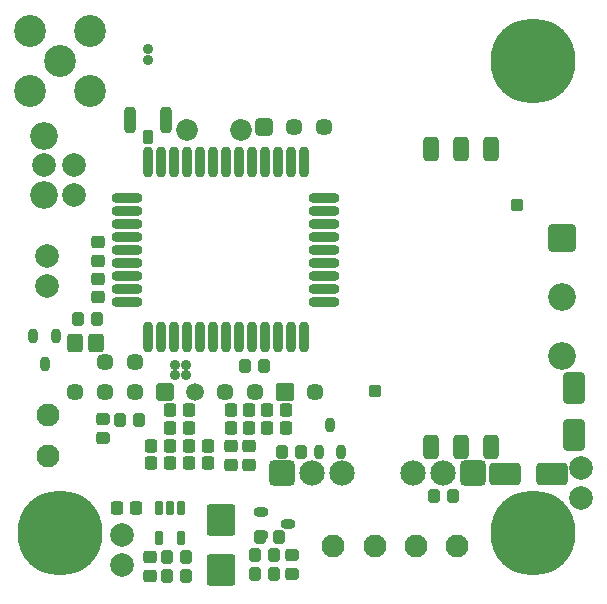
<source format=gts>
%FSLAX44Y44*%
%MOMM*%
G71*
G01*
G75*
G04 Layer_Color=8388736*
G04:AMPARAMS|DCode=10|XSize=1mm|YSize=0.9mm|CornerRadius=0.198mm|HoleSize=0mm|Usage=FLASHONLY|Rotation=90.000|XOffset=0mm|YOffset=0mm|HoleType=Round|Shape=RoundedRectangle|*
%AMROUNDEDRECTD10*
21,1,1.0000,0.5040,0,0,90.0*
21,1,0.6040,0.9000,0,0,90.0*
1,1,0.3960,0.2520,0.3020*
1,1,0.3960,0.2520,-0.3020*
1,1,0.3960,-0.2520,-0.3020*
1,1,0.3960,-0.2520,0.3020*
%
%ADD10ROUNDEDRECTD10*%
G04:AMPARAMS|DCode=11|XSize=2.5mm|YSize=2.3mm|CornerRadius=0.1955mm|HoleSize=0mm|Usage=FLASHONLY|Rotation=270.000|XOffset=0mm|YOffset=0mm|HoleType=Round|Shape=RoundedRectangle|*
%AMROUNDEDRECTD11*
21,1,2.5000,1.9090,0,0,270.0*
21,1,2.1090,2.3000,0,0,270.0*
1,1,0.3910,-0.9545,-1.0545*
1,1,0.3910,-0.9545,1.0545*
1,1,0.3910,0.9545,1.0545*
1,1,0.3910,0.9545,-1.0545*
%
%ADD11ROUNDEDRECTD11*%
G04:AMPARAMS|DCode=12|XSize=2.5mm|YSize=1.7mm|CornerRadius=0.204mm|HoleSize=0mm|Usage=FLASHONLY|Rotation=90.000|XOffset=0mm|YOffset=0mm|HoleType=Round|Shape=RoundedRectangle|*
%AMROUNDEDRECTD12*
21,1,2.5000,1.2920,0,0,90.0*
21,1,2.0920,1.7000,0,0,90.0*
1,1,0.4080,0.6460,1.0460*
1,1,0.4080,0.6460,-1.0460*
1,1,0.4080,-0.6460,-1.0460*
1,1,0.4080,-0.6460,1.0460*
%
%ADD12ROUNDEDRECTD12*%
G04:AMPARAMS|DCode=13|XSize=1.05mm|YSize=0.65mm|CornerRadius=0.2015mm|HoleSize=0mm|Usage=FLASHONLY|Rotation=90.000|XOffset=0mm|YOffset=0mm|HoleType=Round|Shape=RoundedRectangle|*
%AMROUNDEDRECTD13*
21,1,1.0500,0.2470,0,0,90.0*
21,1,0.6470,0.6500,0,0,90.0*
1,1,0.4030,0.1235,0.3235*
1,1,0.4030,0.1235,-0.3235*
1,1,0.4030,-0.1235,-0.3235*
1,1,0.4030,-0.1235,0.3235*
%
%ADD13ROUNDEDRECTD13*%
G04:AMPARAMS|DCode=14|XSize=0.67mm|YSize=0.67mm|CornerRadius=0.1508mm|HoleSize=0mm|Usage=FLASHONLY|Rotation=90.000|XOffset=0mm|YOffset=0mm|HoleType=Round|Shape=RoundedRectangle|*
%AMROUNDEDRECTD14*
21,1,0.6700,0.3685,0,0,90.0*
21,1,0.3685,0.6700,0,0,90.0*
1,1,0.3015,0.1843,0.1843*
1,1,0.3015,0.1843,-0.1843*
1,1,0.3015,-0.1843,-0.1843*
1,1,0.3015,-0.1843,0.1843*
%
%ADD14ROUNDEDRECTD14*%
G04:AMPARAMS|DCode=15|XSize=0.5mm|YSize=0.6mm|CornerRadius=0.1625mm|HoleSize=0mm|Usage=FLASHONLY|Rotation=270.000|XOffset=0mm|YOffset=0mm|HoleType=Round|Shape=RoundedRectangle|*
%AMROUNDEDRECTD15*
21,1,0.5000,0.2750,0,0,270.0*
21,1,0.1750,0.6000,0,0,270.0*
1,1,0.3250,-0.1375,-0.0875*
1,1,0.3250,-0.1375,0.0875*
1,1,0.3250,0.1375,0.0875*
1,1,0.3250,0.1375,-0.0875*
%
%ADD15ROUNDEDRECTD15*%
G04:AMPARAMS|DCode=16|XSize=1mm|YSize=0.9mm|CornerRadius=0.198mm|HoleSize=0mm|Usage=FLASHONLY|Rotation=180.000|XOffset=0mm|YOffset=0mm|HoleType=Round|Shape=RoundedRectangle|*
%AMROUNDEDRECTD16*
21,1,1.0000,0.5040,0,0,180.0*
21,1,0.6040,0.9000,0,0,180.0*
1,1,0.3960,-0.3020,0.2520*
1,1,0.3960,0.3020,0.2520*
1,1,0.3960,0.3020,-0.2520*
1,1,0.3960,-0.3020,-0.2520*
%
%ADD16ROUNDEDRECTD16*%
G04:AMPARAMS|DCode=17|XSize=2.5mm|YSize=1.7mm|CornerRadius=0.204mm|HoleSize=0mm|Usage=FLASHONLY|Rotation=0.000|XOffset=0mm|YOffset=0mm|HoleType=Round|Shape=RoundedRectangle|*
%AMROUNDEDRECTD17*
21,1,2.5000,1.2920,0,0,0.0*
21,1,2.0920,1.7000,0,0,0.0*
1,1,0.4080,1.0460,-0.6460*
1,1,0.4080,-1.0460,-0.6460*
1,1,0.4080,-1.0460,0.6460*
1,1,0.4080,1.0460,0.6460*
%
%ADD17ROUNDEDRECTD17*%
G04:AMPARAMS|DCode=18|XSize=1mm|YSize=0.95mm|CornerRadius=0.1995mm|HoleSize=0mm|Usage=FLASHONLY|Rotation=180.000|XOffset=0mm|YOffset=0mm|HoleType=Round|Shape=RoundedRectangle|*
%AMROUNDEDRECTD18*
21,1,1.0000,0.5510,0,0,180.0*
21,1,0.6010,0.9500,0,0,180.0*
1,1,0.3990,-0.3005,0.2755*
1,1,0.3990,0.3005,0.2755*
1,1,0.3990,0.3005,-0.2755*
1,1,0.3990,-0.3005,-0.2755*
%
%ADD18ROUNDEDRECTD18*%
G04:AMPARAMS|DCode=19|XSize=1mm|YSize=0.95mm|CornerRadius=0.1995mm|HoleSize=0mm|Usage=FLASHONLY|Rotation=90.000|XOffset=0mm|YOffset=0mm|HoleType=Round|Shape=RoundedRectangle|*
%AMROUNDEDRECTD19*
21,1,1.0000,0.5510,0,0,90.0*
21,1,0.6010,0.9500,0,0,90.0*
1,1,0.3990,0.2755,0.3005*
1,1,0.3990,0.2755,-0.3005*
1,1,0.3990,-0.2755,-0.3005*
1,1,0.3990,-0.2755,0.3005*
%
%ADD19ROUNDEDRECTD19*%
G04:AMPARAMS|DCode=20|XSize=1.1mm|YSize=0.6mm|CornerRadius=0.201mm|HoleSize=0mm|Usage=FLASHONLY|Rotation=270.000|XOffset=0mm|YOffset=0mm|HoleType=Round|Shape=RoundedRectangle|*
%AMROUNDEDRECTD20*
21,1,1.1000,0.1980,0,0,270.0*
21,1,0.6980,0.6000,0,0,270.0*
1,1,0.4020,-0.0990,-0.3490*
1,1,0.4020,-0.0990,0.3490*
1,1,0.4020,0.0990,0.3490*
1,1,0.4020,0.0990,-0.3490*
%
%ADD20ROUNDEDRECTD20*%
%ADD21O,2.5000X0.7000*%
%ADD22O,0.7000X2.5000*%
G04:AMPARAMS|DCode=23|XSize=1.2mm|YSize=2mm|CornerRadius=0.3mm|HoleSize=0mm|Usage=FLASHONLY|Rotation=180.000|XOffset=0mm|YOffset=0mm|HoleType=Round|Shape=RoundedRectangle|*
%AMROUNDEDRECTD23*
21,1,1.2000,1.4000,0,0,180.0*
21,1,0.6000,2.0000,0,0,180.0*
1,1,0.6000,-0.3000,0.7000*
1,1,0.6000,0.3000,0.7000*
1,1,0.6000,0.3000,-0.7000*
1,1,0.6000,-0.3000,-0.7000*
%
%ADD23ROUNDEDRECTD23*%
G04:AMPARAMS|DCode=24|XSize=0.7mm|YSize=1mm|CornerRadius=0.175mm|HoleSize=0mm|Usage=FLASHONLY|Rotation=180.000|XOffset=0mm|YOffset=0mm|HoleType=Round|Shape=RoundedRectangle|*
%AMROUNDEDRECTD24*
21,1,0.7000,0.6500,0,0,180.0*
21,1,0.3500,1.0000,0,0,180.0*
1,1,0.3500,-0.1750,0.3250*
1,1,0.3500,0.1750,0.3250*
1,1,0.3500,0.1750,-0.3250*
1,1,0.3500,-0.1750,-0.3250*
%
%ADD24ROUNDEDRECTD24*%
G04:AMPARAMS|DCode=25|XSize=0.8mm|YSize=2mm|CornerRadius=0.2mm|HoleSize=0mm|Usage=FLASHONLY|Rotation=180.000|XOffset=0mm|YOffset=0mm|HoleType=Round|Shape=RoundedRectangle|*
%AMROUNDEDRECTD25*
21,1,0.8000,1.6000,0,0,180.0*
21,1,0.4000,2.0000,0,0,180.0*
1,1,0.4000,-0.2000,0.8000*
1,1,0.4000,0.2000,0.8000*
1,1,0.4000,0.2000,-0.8000*
1,1,0.4000,-0.2000,-0.8000*
%
%ADD25ROUNDEDRECTD25*%
G04:AMPARAMS|DCode=26|XSize=0.7mm|YSize=1.5mm|CornerRadius=0.175mm|HoleSize=0mm|Usage=FLASHONLY|Rotation=180.000|XOffset=0mm|YOffset=0mm|HoleType=Round|Shape=RoundedRectangle|*
%AMROUNDEDRECTD26*
21,1,0.7000,1.1500,0,0,180.0*
21,1,0.3500,1.5000,0,0,180.0*
1,1,0.3500,-0.1750,0.5750*
1,1,0.3500,0.1750,0.5750*
1,1,0.3500,0.1750,-0.5750*
1,1,0.3500,-0.1750,-0.5750*
%
%ADD26ROUNDEDRECTD26*%
%ADD27O,2.5000X0.5000*%
%ADD28O,0.5000X2.5000*%
G04:AMPARAMS|DCode=29|XSize=1.05mm|YSize=0.65mm|CornerRadius=0.2015mm|HoleSize=0mm|Usage=FLASHONLY|Rotation=0.000|XOffset=0mm|YOffset=0mm|HoleType=Round|Shape=RoundedRectangle|*
%AMROUNDEDRECTD29*
21,1,1.0500,0.2470,0,0,0.0*
21,1,0.6470,0.6500,0,0,0.0*
1,1,0.4030,0.3235,-0.1235*
1,1,0.4030,-0.3235,-0.1235*
1,1,0.4030,-0.3235,0.1235*
1,1,0.4030,0.3235,0.1235*
%
%ADD29ROUNDEDRECTD29*%
G04:AMPARAMS|DCode=30|XSize=1.45mm|YSize=1.15mm|CornerRadius=0.2013mm|HoleSize=0mm|Usage=FLASHONLY|Rotation=270.000|XOffset=0mm|YOffset=0mm|HoleType=Round|Shape=RoundedRectangle|*
%AMROUNDEDRECTD30*
21,1,1.4500,0.7475,0,0,270.0*
21,1,1.0475,1.1500,0,0,270.0*
1,1,0.4025,-0.3738,-0.5238*
1,1,0.4025,-0.3738,0.5238*
1,1,0.4025,0.3738,0.5238*
1,1,0.4025,0.3738,-0.5238*
%
%ADD30ROUNDEDRECTD30*%
%ADD31C,0.5000*%
%ADD32C,0.4000*%
%ADD33C,1.2000*%
%ADD34C,1.8500*%
%ADD35C,1.8000*%
%ADD36C,1.3000*%
G04:AMPARAMS|DCode=37|XSize=1.3mm|YSize=1.3mm|CornerRadius=0.1625mm|HoleSize=0mm|Usage=FLASHONLY|Rotation=180.000|XOffset=0mm|YOffset=0mm|HoleType=Round|Shape=RoundedRectangle|*
%AMROUNDEDRECTD37*
21,1,1.3000,0.9750,0,0,180.0*
21,1,0.9750,1.3000,0,0,180.0*
1,1,0.3250,-0.4875,0.4875*
1,1,0.3250,0.4875,0.4875*
1,1,0.3250,0.4875,-0.4875*
1,1,0.3250,-0.4875,-0.4875*
%
%ADD37ROUNDEDRECTD37*%
G04:AMPARAMS|DCode=38|XSize=2mm|YSize=2mm|CornerRadius=0.25mm|HoleSize=0mm|Usage=FLASHONLY|Rotation=180.000|XOffset=0mm|YOffset=0mm|HoleType=Round|Shape=RoundedRectangle|*
%AMROUNDEDRECTD38*
21,1,2.0000,1.5000,0,0,180.0*
21,1,1.5000,2.0000,0,0,180.0*
1,1,0.5000,-0.7500,0.7500*
1,1,0.5000,0.7500,0.7500*
1,1,0.5000,0.7500,-0.7500*
1,1,0.5000,-0.7500,-0.7500*
%
%ADD38ROUNDEDRECTD38*%
%ADD39C,2.0000*%
%ADD40C,7.0000*%
G04:AMPARAMS|DCode=41|XSize=1mm|YSize=1mm|CornerRadius=0.25mm|HoleSize=0mm|Usage=FLASHONLY|Rotation=90.000|XOffset=0mm|YOffset=0mm|HoleType=Round|Shape=RoundedRectangle|*
%AMROUNDEDRECTD41*
21,1,1.0000,0.5000,0,0,90.0*
21,1,0.5000,1.0000,0,0,90.0*
1,1,0.5000,0.2500,0.2500*
1,1,0.5000,0.2500,-0.2500*
1,1,0.5000,-0.2500,-0.2500*
1,1,0.5000,-0.2500,0.2500*
%
%ADD41ROUNDEDRECTD41*%
G04:AMPARAMS|DCode=42|XSize=1.4mm|YSize=1.4mm|CornerRadius=0.175mm|HoleSize=0mm|Usage=FLASHONLY|Rotation=0.000|XOffset=0mm|YOffset=0mm|HoleType=Round|Shape=RoundedRectangle|*
%AMROUNDEDRECTD42*
21,1,1.4000,1.0500,0,0,0.0*
21,1,1.0500,1.4000,0,0,0.0*
1,1,0.3500,0.5250,-0.5250*
1,1,0.3500,-0.5250,-0.5250*
1,1,0.3500,-0.5250,0.5250*
1,1,0.3500,0.5250,0.5250*
%
%ADD42ROUNDEDRECTD42*%
G04:AMPARAMS|DCode=43|XSize=2.2mm|YSize=2.2mm|CornerRadius=0.275mm|HoleSize=0mm|Usage=FLASHONLY|Rotation=90.000|XOffset=0mm|YOffset=0mm|HoleType=Round|Shape=RoundedRectangle|*
%AMROUNDEDRECTD43*
21,1,2.2000,1.6500,0,0,90.0*
21,1,1.6500,2.2000,0,0,90.0*
1,1,0.5500,0.8250,0.8250*
1,1,0.5500,0.8250,-0.8250*
1,1,0.5500,-0.8250,-0.8250*
1,1,0.5500,-0.8250,0.8250*
%
%ADD43ROUNDEDRECTD43*%
%ADD44C,2.2000*%
%ADD45C,2.5000*%
%ADD46C,1.7000*%
%ADD47C,0.5000*%
%ADD48C,0.8000*%
G04:AMPARAMS|DCode=49|XSize=0.7mm|YSize=2.5mm|CornerRadius=0.175mm|HoleSize=0mm|Usage=FLASHONLY|Rotation=0.000|XOffset=0mm|YOffset=0mm|HoleType=Round|Shape=RoundedRectangle|*
%AMROUNDEDRECTD49*
21,1,0.7000,2.1500,0,0,0.0*
21,1,0.3500,2.5000,0,0,0.0*
1,1,0.3500,0.1750,-1.0750*
1,1,0.3500,-0.1750,-1.0750*
1,1,0.3500,-0.1750,1.0750*
1,1,0.3500,0.1750,1.0750*
%
%ADD49ROUNDEDRECTD49*%
G04:AMPARAMS|DCode=50|XSize=1.2mm|YSize=1.2mm|CornerRadius=0.198mm|HoleSize=0mm|Usage=FLASHONLY|Rotation=0.000|XOffset=0mm|YOffset=0mm|HoleType=Round|Shape=RoundedRectangle|*
%AMROUNDEDRECTD50*
21,1,1.2000,0.8040,0,0,0.0*
21,1,0.8040,1.2000,0,0,0.0*
1,1,0.3960,0.4020,-0.4020*
1,1,0.3960,-0.4020,-0.4020*
1,1,0.3960,-0.4020,0.4020*
1,1,0.3960,0.4020,0.4020*
%
%ADD50ROUNDEDRECTD50*%
G04:AMPARAMS|DCode=51|XSize=1.6mm|YSize=1.3mm|CornerRadius=0.2015mm|HoleSize=0mm|Usage=FLASHONLY|Rotation=180.000|XOffset=0mm|YOffset=0mm|HoleType=Round|Shape=RoundedRectangle|*
%AMROUNDEDRECTD51*
21,1,1.6000,0.8970,0,0,180.0*
21,1,1.1970,1.3000,0,0,180.0*
1,1,0.4030,-0.5985,0.4485*
1,1,0.4030,0.5985,0.4485*
1,1,0.4030,0.5985,-0.4485*
1,1,0.4030,-0.5985,-0.4485*
%
%ADD51ROUNDEDRECTD51*%
G04:AMPARAMS|DCode=52|XSize=2.7mm|YSize=1.2mm|CornerRadius=0.21mm|HoleSize=0mm|Usage=FLASHONLY|Rotation=0.000|XOffset=0mm|YOffset=0mm|HoleType=Round|Shape=RoundedRectangle|*
%AMROUNDEDRECTD52*
21,1,2.7000,0.7800,0,0,0.0*
21,1,2.2800,1.2000,0,0,0.0*
1,1,0.4200,1.1400,-0.3900*
1,1,0.4200,-1.1400,-0.3900*
1,1,0.4200,-1.1400,0.3900*
1,1,0.4200,1.1400,0.3900*
%
%ADD52ROUNDEDRECTD52*%
%ADD53C,5.0000*%
%ADD54C,0.3000*%
%ADD55C,0.2000*%
%ADD56C,0.1500*%
%ADD57C,0.1000*%
G04:AMPARAMS|DCode=58|XSize=1.15mm|YSize=1.05mm|CornerRadius=0.273mm|HoleSize=0mm|Usage=FLASHONLY|Rotation=90.000|XOffset=0mm|YOffset=0mm|HoleType=Round|Shape=RoundedRectangle|*
%AMROUNDEDRECTD58*
21,1,1.1500,0.5040,0,0,90.0*
21,1,0.6040,1.0500,0,0,90.0*
1,1,0.5460,0.2520,0.3020*
1,1,0.5460,0.2520,-0.3020*
1,1,0.5460,-0.2520,-0.3020*
1,1,0.5460,-0.2520,0.3020*
%
%ADD58ROUNDEDRECTD58*%
G04:AMPARAMS|DCode=59|XSize=2.65mm|YSize=2.45mm|CornerRadius=0.2705mm|HoleSize=0mm|Usage=FLASHONLY|Rotation=270.000|XOffset=0mm|YOffset=0mm|HoleType=Round|Shape=RoundedRectangle|*
%AMROUNDEDRECTD59*
21,1,2.6500,1.9090,0,0,270.0*
21,1,2.1090,2.4500,0,0,270.0*
1,1,0.5410,-0.9545,-1.0545*
1,1,0.5410,-0.9545,1.0545*
1,1,0.5410,0.9545,1.0545*
1,1,0.5410,0.9545,-1.0545*
%
%ADD59ROUNDEDRECTD59*%
G04:AMPARAMS|DCode=60|XSize=2.65mm|YSize=1.85mm|CornerRadius=0.279mm|HoleSize=0mm|Usage=FLASHONLY|Rotation=90.000|XOffset=0mm|YOffset=0mm|HoleType=Round|Shape=RoundedRectangle|*
%AMROUNDEDRECTD60*
21,1,2.6500,1.2920,0,0,90.0*
21,1,2.0920,1.8500,0,0,90.0*
1,1,0.5580,0.6460,1.0460*
1,1,0.5580,0.6460,-1.0460*
1,1,0.5580,-0.6460,-1.0460*
1,1,0.5580,-0.6460,1.0460*
%
%ADD60ROUNDEDRECTD60*%
G04:AMPARAMS|DCode=61|XSize=1.2mm|YSize=0.8mm|CornerRadius=0.2765mm|HoleSize=0mm|Usage=FLASHONLY|Rotation=90.000|XOffset=0mm|YOffset=0mm|HoleType=Round|Shape=RoundedRectangle|*
%AMROUNDEDRECTD61*
21,1,1.2000,0.2470,0,0,90.0*
21,1,0.6470,0.8000,0,0,90.0*
1,1,0.5530,0.1235,0.3235*
1,1,0.5530,0.1235,-0.3235*
1,1,0.5530,-0.1235,-0.3235*
1,1,0.5530,-0.1235,0.3235*
%
%ADD61ROUNDEDRECTD61*%
G04:AMPARAMS|DCode=62|XSize=0.77mm|YSize=0.77mm|CornerRadius=0.2008mm|HoleSize=0mm|Usage=FLASHONLY|Rotation=90.000|XOffset=0mm|YOffset=0mm|HoleType=Round|Shape=RoundedRectangle|*
%AMROUNDEDRECTD62*
21,1,0.7700,0.3685,0,0,90.0*
21,1,0.3685,0.7700,0,0,90.0*
1,1,0.4015,0.1843,0.1843*
1,1,0.4015,0.1843,-0.1843*
1,1,0.4015,-0.1843,-0.1843*
1,1,0.4015,-0.1843,0.1843*
%
%ADD62ROUNDEDRECTD62*%
G04:AMPARAMS|DCode=63|XSize=0.6mm|YSize=0.7mm|CornerRadius=0.2125mm|HoleSize=0mm|Usage=FLASHONLY|Rotation=270.000|XOffset=0mm|YOffset=0mm|HoleType=Round|Shape=RoundedRectangle|*
%AMROUNDEDRECTD63*
21,1,0.6000,0.2750,0,0,270.0*
21,1,0.1750,0.7000,0,0,270.0*
1,1,0.4250,-0.1375,-0.0875*
1,1,0.4250,-0.1375,0.0875*
1,1,0.4250,0.1375,0.0875*
1,1,0.4250,0.1375,-0.0875*
%
%ADD63ROUNDEDRECTD63*%
G04:AMPARAMS|DCode=64|XSize=1.15mm|YSize=1.05mm|CornerRadius=0.273mm|HoleSize=0mm|Usage=FLASHONLY|Rotation=180.000|XOffset=0mm|YOffset=0mm|HoleType=Round|Shape=RoundedRectangle|*
%AMROUNDEDRECTD64*
21,1,1.1500,0.5040,0,0,180.0*
21,1,0.6040,1.0500,0,0,180.0*
1,1,0.5460,-0.3020,0.2520*
1,1,0.5460,0.3020,0.2520*
1,1,0.5460,0.3020,-0.2520*
1,1,0.5460,-0.3020,-0.2520*
%
%ADD64ROUNDEDRECTD64*%
G04:AMPARAMS|DCode=65|XSize=2.65mm|YSize=1.85mm|CornerRadius=0.279mm|HoleSize=0mm|Usage=FLASHONLY|Rotation=0.000|XOffset=0mm|YOffset=0mm|HoleType=Round|Shape=RoundedRectangle|*
%AMROUNDEDRECTD65*
21,1,2.6500,1.2920,0,0,0.0*
21,1,2.0920,1.8500,0,0,0.0*
1,1,0.5580,1.0460,-0.6460*
1,1,0.5580,-1.0460,-0.6460*
1,1,0.5580,-1.0460,0.6460*
1,1,0.5580,1.0460,0.6460*
%
%ADD65ROUNDEDRECTD65*%
G04:AMPARAMS|DCode=66|XSize=1.15mm|YSize=1.1mm|CornerRadius=0.2745mm|HoleSize=0mm|Usage=FLASHONLY|Rotation=180.000|XOffset=0mm|YOffset=0mm|HoleType=Round|Shape=RoundedRectangle|*
%AMROUNDEDRECTD66*
21,1,1.1500,0.5510,0,0,180.0*
21,1,0.6010,1.1000,0,0,180.0*
1,1,0.5490,-0.3005,0.2755*
1,1,0.5490,0.3005,0.2755*
1,1,0.5490,0.3005,-0.2755*
1,1,0.5490,-0.3005,-0.2755*
%
%ADD66ROUNDEDRECTD66*%
G04:AMPARAMS|DCode=67|XSize=1.15mm|YSize=1.1mm|CornerRadius=0.2745mm|HoleSize=0mm|Usage=FLASHONLY|Rotation=90.000|XOffset=0mm|YOffset=0mm|HoleType=Round|Shape=RoundedRectangle|*
%AMROUNDEDRECTD67*
21,1,1.1500,0.5510,0,0,90.0*
21,1,0.6010,1.1000,0,0,90.0*
1,1,0.5490,0.2755,0.3005*
1,1,0.5490,0.2755,-0.3005*
1,1,0.5490,-0.2755,-0.3005*
1,1,0.5490,-0.2755,0.3005*
%
%ADD67ROUNDEDRECTD67*%
G04:AMPARAMS|DCode=68|XSize=1.25mm|YSize=0.75mm|CornerRadius=0.276mm|HoleSize=0mm|Usage=FLASHONLY|Rotation=270.000|XOffset=0mm|YOffset=0mm|HoleType=Round|Shape=RoundedRectangle|*
%AMROUNDEDRECTD68*
21,1,1.2500,0.1980,0,0,270.0*
21,1,0.6980,0.7500,0,0,270.0*
1,1,0.5520,-0.0990,-0.3490*
1,1,0.5520,-0.0990,0.3490*
1,1,0.5520,0.0990,0.3490*
1,1,0.5520,0.0990,-0.3490*
%
%ADD68ROUNDEDRECTD68*%
%ADD69O,2.6500X0.8500*%
%ADD70O,0.8500X2.6500*%
G04:AMPARAMS|DCode=71|XSize=1.3mm|YSize=2.1mm|CornerRadius=0.35mm|HoleSize=0mm|Usage=FLASHONLY|Rotation=180.000|XOffset=0mm|YOffset=0mm|HoleType=Round|Shape=RoundedRectangle|*
%AMROUNDEDRECTD71*
21,1,1.3000,1.4000,0,0,180.0*
21,1,0.6000,2.1000,0,0,180.0*
1,1,0.7000,-0.3000,0.7000*
1,1,0.7000,0.3000,0.7000*
1,1,0.7000,0.3000,-0.7000*
1,1,0.7000,-0.3000,-0.7000*
%
%ADD71ROUNDEDRECTD71*%
G04:AMPARAMS|DCode=72|XSize=0.9032mm|YSize=1.2032mm|CornerRadius=0.2766mm|HoleSize=0mm|Usage=FLASHONLY|Rotation=180.000|XOffset=0mm|YOffset=0mm|HoleType=Round|Shape=RoundedRectangle|*
%AMROUNDEDRECTD72*
21,1,0.9032,0.6500,0,0,180.0*
21,1,0.3500,1.2032,0,0,180.0*
1,1,0.5532,-0.1750,0.3250*
1,1,0.5532,0.1750,0.3250*
1,1,0.5532,0.1750,-0.3250*
1,1,0.5532,-0.1750,-0.3250*
%
%ADD72ROUNDEDRECTD72*%
G04:AMPARAMS|DCode=73|XSize=1.0032mm|YSize=2.2032mm|CornerRadius=0.3016mm|HoleSize=0mm|Usage=FLASHONLY|Rotation=180.000|XOffset=0mm|YOffset=0mm|HoleType=Round|Shape=RoundedRectangle|*
%AMROUNDEDRECTD73*
21,1,1.0032,1.6000,0,0,180.0*
21,1,0.4000,2.2032,0,0,180.0*
1,1,0.6032,-0.2000,0.8000*
1,1,0.6032,0.2000,0.8000*
1,1,0.6032,0.2000,-0.8000*
1,1,0.6032,-0.2000,-0.8000*
%
%ADD73ROUNDEDRECTD73*%
G04:AMPARAMS|DCode=74|XSize=1.2mm|YSize=0.8mm|CornerRadius=0.2765mm|HoleSize=0mm|Usage=FLASHONLY|Rotation=0.000|XOffset=0mm|YOffset=0mm|HoleType=Round|Shape=RoundedRectangle|*
%AMROUNDEDRECTD74*
21,1,1.2000,0.2470,0,0,0.0*
21,1,0.6470,0.8000,0,0,0.0*
1,1,0.5530,0.3235,-0.1235*
1,1,0.5530,-0.3235,-0.1235*
1,1,0.5530,-0.3235,0.1235*
1,1,0.5530,0.3235,0.1235*
%
%ADD74ROUNDEDRECTD74*%
G04:AMPARAMS|DCode=75|XSize=1.6mm|YSize=1.3mm|CornerRadius=0.2763mm|HoleSize=0mm|Usage=FLASHONLY|Rotation=270.000|XOffset=0mm|YOffset=0mm|HoleType=Round|Shape=RoundedRectangle|*
%AMROUNDEDRECTD75*
21,1,1.6000,0.7475,0,0,270.0*
21,1,1.0475,1.3000,0,0,270.0*
1,1,0.5525,-0.3738,-0.5238*
1,1,0.5525,-0.3738,0.5238*
1,1,0.5525,0.3738,0.5238*
1,1,0.5525,0.3738,-0.5238*
%
%ADD75ROUNDEDRECTD75*%
%ADD76C,1.9500*%
%ADD77C,1.4500*%
G04:AMPARAMS|DCode=78|XSize=1.45mm|YSize=1.45mm|CornerRadius=0.2375mm|HoleSize=0mm|Usage=FLASHONLY|Rotation=180.000|XOffset=0mm|YOffset=0mm|HoleType=Round|Shape=RoundedRectangle|*
%AMROUNDEDRECTD78*
21,1,1.4500,0.9750,0,0,180.0*
21,1,0.9750,1.4500,0,0,180.0*
1,1,0.4750,-0.4875,0.4875*
1,1,0.4750,0.4875,0.4875*
1,1,0.4750,0.4875,-0.4875*
1,1,0.4750,-0.4875,-0.4875*
%
%ADD78ROUNDEDRECTD78*%
G04:AMPARAMS|DCode=79|XSize=2.15mm|YSize=2.15mm|CornerRadius=0.325mm|HoleSize=0mm|Usage=FLASHONLY|Rotation=180.000|XOffset=0mm|YOffset=0mm|HoleType=Round|Shape=RoundedRectangle|*
%AMROUNDEDRECTD79*
21,1,2.1500,1.5000,0,0,180.0*
21,1,1.5000,2.1500,0,0,180.0*
1,1,0.6500,-0.7500,0.7500*
1,1,0.6500,0.7500,0.7500*
1,1,0.6500,0.7500,-0.7500*
1,1,0.6500,-0.7500,-0.7500*
%
%ADD79ROUNDEDRECTD79*%
%ADD80C,2.1500*%
%ADD81C,7.2032*%
G04:AMPARAMS|DCode=82|XSize=1.1mm|YSize=1.1mm|CornerRadius=0.3mm|HoleSize=0mm|Usage=FLASHONLY|Rotation=90.000|XOffset=0mm|YOffset=0mm|HoleType=Round|Shape=RoundedRectangle|*
%AMROUNDEDRECTD82*
21,1,1.1000,0.5000,0,0,90.0*
21,1,0.5000,1.1000,0,0,90.0*
1,1,0.6000,0.2500,0.2500*
1,1,0.6000,0.2500,-0.2500*
1,1,0.6000,-0.2500,-0.2500*
1,1,0.6000,-0.2500,0.2500*
%
%ADD82ROUNDEDRECTD82*%
G04:AMPARAMS|DCode=83|XSize=1.55mm|YSize=1.55mm|CornerRadius=0.25mm|HoleSize=0mm|Usage=FLASHONLY|Rotation=0.000|XOffset=0mm|YOffset=0mm|HoleType=Round|Shape=RoundedRectangle|*
%AMROUNDEDRECTD83*
21,1,1.5500,1.0500,0,0,0.0*
21,1,1.0500,1.5500,0,0,0.0*
1,1,0.5000,0.5250,-0.5250*
1,1,0.5000,-0.5250,-0.5250*
1,1,0.5000,-0.5250,0.5250*
1,1,0.5000,0.5250,0.5250*
%
%ADD83ROUNDEDRECTD83*%
G04:AMPARAMS|DCode=84|XSize=2.35mm|YSize=2.35mm|CornerRadius=0.35mm|HoleSize=0mm|Usage=FLASHONLY|Rotation=90.000|XOffset=0mm|YOffset=0mm|HoleType=Round|Shape=RoundedRectangle|*
%AMROUNDEDRECTD84*
21,1,2.3500,1.6500,0,0,90.0*
21,1,1.6500,2.3500,0,0,90.0*
1,1,0.7000,0.8250,0.8250*
1,1,0.7000,0.8250,-0.8250*
1,1,0.7000,-0.8250,-0.8250*
1,1,0.7000,-0.8250,0.8250*
%
%ADD84ROUNDEDRECTD84*%
%ADD85C,2.3500*%
G04:AMPARAMS|DCode=86|XSize=1.5032mm|YSize=1.5032mm|CornerRadius=0.2641mm|HoleSize=0mm|Usage=FLASHONLY|Rotation=180.000|XOffset=0mm|YOffset=0mm|HoleType=Round|Shape=RoundedRectangle|*
%AMROUNDEDRECTD86*
21,1,1.5032,0.9750,0,0,180.0*
21,1,0.9750,1.5032,0,0,180.0*
1,1,0.5282,-0.4875,0.4875*
1,1,0.5282,0.4875,0.4875*
1,1,0.5282,0.4875,-0.4875*
1,1,0.5282,-0.4875,-0.4875*
%
%ADD86ROUNDEDRECTD86*%
%ADD87C,1.5032*%
%ADD88C,2.7032*%
%ADD89C,1.8500*%
D39*
X52100Y-2100D02*
D03*
Y-27500D02*
D03*
X-11500Y234700D02*
D03*
Y209300D02*
D03*
X440750Y54700D02*
D03*
Y29300D02*
D03*
X11900Y311400D02*
D03*
X-13500D02*
D03*
X11900Y286000D02*
D03*
D58*
X106100Y-20300D02*
D03*
X90100D02*
D03*
Y-36300D02*
D03*
X106100D02*
D03*
X316000Y31500D02*
D03*
X332000D02*
D03*
X66250Y95750D02*
D03*
X50250D02*
D03*
X165000Y-19000D02*
D03*
X181000D02*
D03*
X165000Y-35000D02*
D03*
X181000D02*
D03*
X203500Y68500D02*
D03*
X187500D02*
D03*
X184948Y-3250D02*
D03*
X168948D02*
D03*
X156000Y141750D02*
D03*
X172000D02*
D03*
X31100Y181000D02*
D03*
X15100D02*
D03*
D59*
X135600Y-31600D02*
D03*
Y11400D02*
D03*
D60*
X434500Y83000D02*
D03*
Y123000D02*
D03*
D61*
X218500Y68500D02*
D03*
X237500D02*
D03*
X228000Y91500D02*
D03*
X-13400Y143500D02*
D03*
X-22900Y166500D02*
D03*
X-3900D02*
D03*
D62*
X106000Y142400D02*
D03*
Y133600D02*
D03*
X97000Y142400D02*
D03*
Y133600D02*
D03*
X74000Y400600D02*
D03*
Y409400D02*
D03*
D63*
X106000Y133943D02*
D03*
Y141943D02*
D03*
X97000D02*
D03*
Y133943D02*
D03*
D64*
X35750Y96250D02*
D03*
Y80250D02*
D03*
X196000Y-19000D02*
D03*
Y-35000D02*
D03*
D65*
X376500Y49750D02*
D03*
X416500D02*
D03*
D66*
X31800Y246400D02*
D03*
Y230400D02*
D03*
Y199400D02*
D03*
Y215400D02*
D03*
X144000Y58000D02*
D03*
Y74000D02*
D03*
X160000Y58000D02*
D03*
Y74000D02*
D03*
X75600Y-20300D02*
D03*
Y-36300D02*
D03*
D67*
X93000Y59000D02*
D03*
X77000D02*
D03*
X93000Y74000D02*
D03*
X77000D02*
D03*
X109000Y89000D02*
D03*
X93000D02*
D03*
X109000Y104000D02*
D03*
X93000D02*
D03*
X125000Y59000D02*
D03*
X109000D02*
D03*
X125000Y74000D02*
D03*
X109000D02*
D03*
X48200Y21400D02*
D03*
X64200D02*
D03*
X175000Y104000D02*
D03*
X191000D02*
D03*
X175000Y89000D02*
D03*
X191000D02*
D03*
X144000Y104000D02*
D03*
X160000D02*
D03*
X144000Y89000D02*
D03*
X160000D02*
D03*
D68*
X102200Y-4600D02*
D03*
X83200D02*
D03*
Y21400D02*
D03*
X92700D02*
D03*
X102200D02*
D03*
D69*
X56500Y196000D02*
D03*
Y207000D02*
D03*
Y218000D02*
D03*
Y229000D02*
D03*
Y240000D02*
D03*
Y251000D02*
D03*
Y262000D02*
D03*
Y273000D02*
D03*
Y284000D02*
D03*
X223500D02*
D03*
Y273000D02*
D03*
Y262000D02*
D03*
Y251000D02*
D03*
Y240000D02*
D03*
Y229000D02*
D03*
Y218000D02*
D03*
Y207000D02*
D03*
Y196000D02*
D03*
D70*
X206000Y314000D02*
D03*
X195000D02*
D03*
X184000D02*
D03*
X173000D02*
D03*
X162000D02*
D03*
X151000D02*
D03*
X140000D02*
D03*
X129000D02*
D03*
X118000D02*
D03*
X107000D02*
D03*
X96000D02*
D03*
X85000D02*
D03*
X74000D02*
D03*
Y166000D02*
D03*
X85000D02*
D03*
X96000D02*
D03*
X107000D02*
D03*
X118000D02*
D03*
X129000D02*
D03*
X140000D02*
D03*
X151000D02*
D03*
X162000D02*
D03*
X173000D02*
D03*
X184000D02*
D03*
X195000D02*
D03*
X206000D02*
D03*
D71*
X313800Y325000D02*
D03*
X364600D02*
D03*
Y73000D02*
D03*
X339200D02*
D03*
X313800D02*
D03*
X339200Y325000D02*
D03*
D72*
X74000Y335000D02*
D03*
D73*
X89000Y350000D02*
D03*
X59000D02*
D03*
D74*
X192700Y8000D02*
D03*
X169700Y-1500D02*
D03*
Y17500D02*
D03*
D75*
X30500Y160900D02*
D03*
X12500D02*
D03*
D76*
X301000Y-11000D02*
D03*
X336000D02*
D03*
X231000D02*
D03*
X266000D02*
D03*
X-10200Y99800D02*
D03*
Y64800D02*
D03*
D77*
X63200Y144900D02*
D03*
X37800D02*
D03*
X63400Y119500D02*
D03*
X38000D02*
D03*
X12600D02*
D03*
X164900Y119600D02*
D03*
X139500D02*
D03*
X197500Y344000D02*
D03*
X222900D02*
D03*
X215500Y119500D02*
D03*
D78*
X172100Y344000D02*
D03*
D79*
X349500Y50500D02*
D03*
X187500D02*
D03*
D80*
X324000D02*
D03*
X298500D02*
D03*
X213000D02*
D03*
X238500D02*
D03*
D81*
X400000Y0D02*
D03*
Y400000D02*
D03*
X0Y0D02*
D03*
D82*
X386500Y278000D02*
D03*
X266500Y120000D02*
D03*
D83*
X190500Y119500D02*
D03*
D84*
X425000Y250000D02*
D03*
D85*
Y200000D02*
D03*
Y150000D02*
D03*
X-13500Y286000D02*
D03*
Y336000D02*
D03*
D86*
X88800Y119500D02*
D03*
D87*
X114200D02*
D03*
D88*
X-25400Y425400D02*
D03*
X0Y400000D02*
D03*
X25400Y425400D02*
D03*
Y374600D02*
D03*
X-25400D02*
D03*
D89*
X152500Y341250D02*
D03*
X107500D02*
D03*
M02*

</source>
